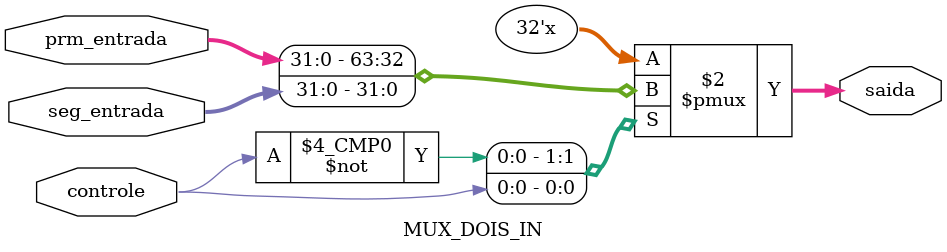
<source format=sv>
module MUX_DOIS_IN(
	input[31:0] prm_entrada,
	input[31:0] seg_entrada,
	input controle,
	output[31:0] saida
);

always_comb 
begin
	case(controle)
		1'b0: saida = prm_entrada;
		1'b1: saida = seg_entrada;
	endcase
end

endmodule: MUX_DOIS_IN

</source>
